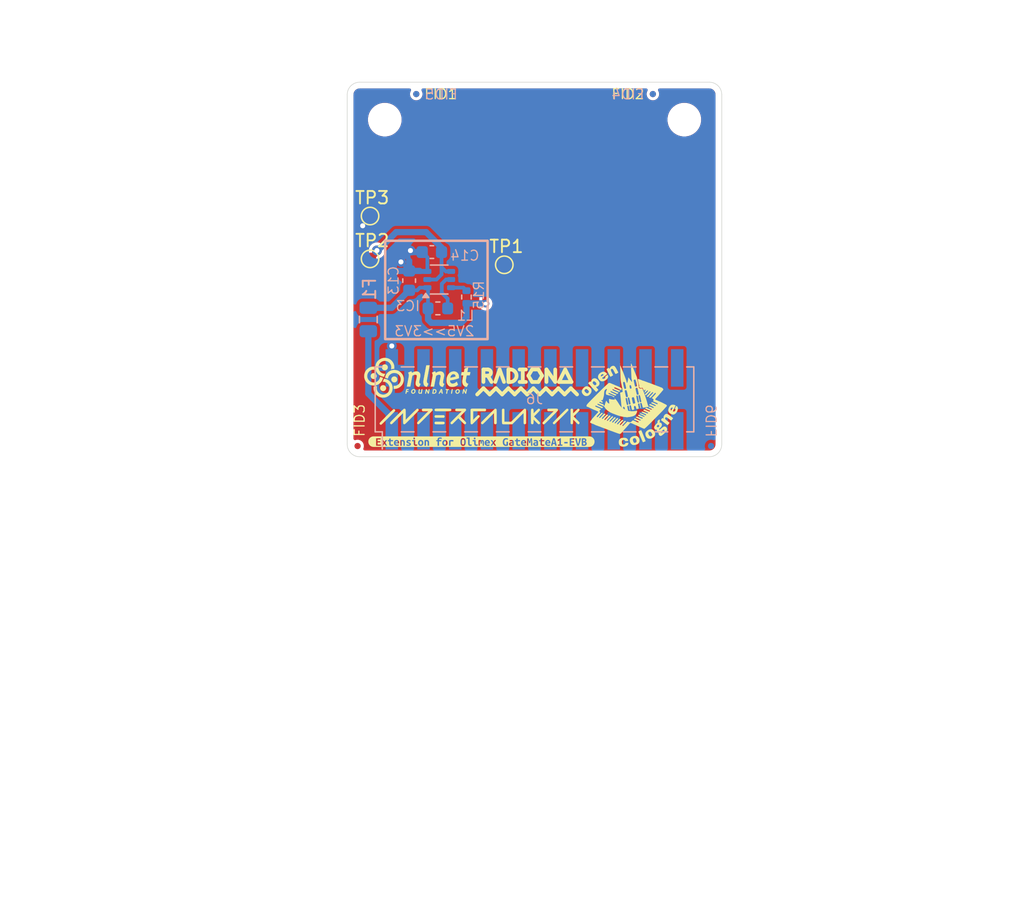
<source format=kicad_pcb>
(kicad_pcb (version 20240108) (generator "pcbnew") (generator_version "8.0")
  (title_block (title "${project_name} ${project_version}") (date "2024-12-02") (rev "${project_version}") (company "${project_creator}") (comment 1 "${project_license}"))
  (layers (0 "F.Cu" signal) (1 "In1.Cu" signal "GND1.Cu") (2 "In2.Cu" signal "GND2.Cu") (31 "B.Cu" signal) (34 "B.Paste" user) (35 "F.Paste" user) (36 "B.SilkS" user "B.Silkscreen") (37 "F.SilkS" user "F.Silkscreen") (38 "B.Mask" user) (39 "F.Mask" user) (44 "Edge.Cuts" user))
  (property "project_creator" "Intergalaktik d.o.o.")
  (property "project_license" "CERN-OHL-S v2")
  (property "project_name" "Olimex Extension Template")
  (property "project_version" "v0.1")
  (property "project_year" "2024.")
  (net 0 "")
  (net 1 "+3V3")
  (net 2 "GND")
  (net 3 "Net-(IC3-EN)")
  (net 4 "Net-(IC3-L)")
  (net 5 "+2V5")
  (net 6 "+Exten_V")
  (net 7 "/Main Sheet/NB_A3")
  (net 8 "/Main Sheet/NB_A8")
  (net 9 "/Main Sheet/NB_B8")
  (net 10 "/Main Sheet/NB_B5")
  (net 11 "/Main Sheet/NB_A0")
  (net 12 "/Main Sheet/NB_B4")
  (net 13 "/Main Sheet/NB_A7")
  (net 14 "/Main Sheet/NB_B6")
  (net 15 "/Main Sheet/NB_A4")
  (net 16 "/Main Sheet/NB_B2")
  (net 17 "/Main Sheet/NB_A5")
  (net 18 "/Main Sheet/NB_B3")
  (net 19 "/Main Sheet/NB_A2")
  (net 20 "/Main Sheet/NB_B7")
  (net 21 "/Main Sheet/NB_A1")
  (net 22 "/Main Sheet/NB_A6")
  (net 23 "/Main Sheet/NB_B0")
  (net 24 "/Main Sheet/NB_B1")
  (footprint "TestPoint:TestPoint_Pad_D1.0mm" (layer "F.Cu") (at 87.08 62.555)
    (property "Reference" "TP3" (at 0.17 -1.462 0) (layer "F.SilkS"))
    (property "Value" "GND" (hide yes))
    (pad "1" smd circle (at 0 0) (size 1 1) (layers "F.Cu" "F.Mask") (net 2 "GND"))
  )
  (footprint "Fiducial:Fiducial_0.5mm_Mask1mm" (layer "F.Cu") (at 86.08 80.975)
    (property "Reference" "FID3" (at 0.16 -2.05 90) (layer "F.SilkS") (effects (font (size 0.8 0.8) (thickness 0.1))))
    (property "Value" "Fiducial_F_BL" (hide yes))
    (pad "" smd circle (at 0 0) (size 0.5 0.5) (layers "F.Cu" "F.Mask") (clearance 0.25))
  )
  (footprint "Cologne:open_cologne_small" (layer "F.Cu") (at 107.77 77.64)
    (property "Reference" "H3" (hide yes))
    (property "Value" "Logo OpenCologne" (hide yes))
  )
  (footprint "Fiducial:Fiducial_0.5mm_Mask1mm" (layer "F.Cu") (at 90.78 52.785)
    (property "Reference" "FID1" (at 1.96 0 0) (layer "F.SilkS") (effects (font (size 0.8 0.8) (thickness 0.1))))
    (property "Value" "Fiducial_F_TL" (hide yes))
    (pad "" smd circle (at 0 0) (size 0.5 0.5) (layers "F.Cu" "F.Mask") (clearance 0.25))
  )
  (footprint "Fiducial:Fiducial_0.5mm_Mask1mm" (layer "F.Cu") (at 109.73 52.785)
    (property "Reference" "FID2" (at -2 0 0) (layer "F.SilkS") (effects (font (size 0.8 0.8) (thickness 0.1))))
    (property "Value" "Fiducial_F_TR" (hide yes))
    (pad "" smd circle (at 0 0) (size 0.5 0.5) (layers "F.Cu" "F.Mask") (clearance 0.25))
  )
  (footprint "MountingHole:MountingHole_2.2mm_M2" (layer "F.Cu") (at 88.26 54.835)
    (property "Reference" "H5" (hide yes))
    (property "Value" "MountingHole" (hide yes))
    (pad "" np_thru_hole circle (at 0 0) (size 2.2 2.2) (drill 2.2) (layers "*.Cu" "*.Mask"))
  )
  (footprint "MountingHole:MountingHole_2.2mm_M2" (layer "F.Cu") (at 112.25 54.835)
    (property "Reference" "H6" (hide yes))
    (property "Value" "MountingHole" (hide yes))
    (pad "" np_thru_hole circle (at 0 0) (size 2.2 2.2) (drill 2.2) (layers "*.Cu" "*.Mask"))
  )
  (footprint "nlnet:nlnet" (layer "F.Cu") (at 90.86 75.505)
    (property "Reference" "H2" (hide yes))
    (property "Value" "Logo NLnet" (hide yes))
  )
  (footprint "TestPoint:TestPoint_Pad_D1.0mm" (layer "F.Cu") (at 87.08 65.985)
    (property "Reference" "TP2" (at 0.17 -1.46 0) (layer "F.SilkS"))
    (property "Value" "2V5" (hide yes))
    (pad "1" smd circle (at 0 0) (size 1 1) (layers "F.Cu" "F.Mask") (net 1 "+3V3"))
  )
  (footprint "TestPoint:TestPoint_Pad_D1.0mm" (layer "F.Cu") (at 97.83 66.46)
    (property "Reference" "TP1" (at 0.17 -1.4695 0) (layer "F.SilkS"))
    (property "Value" "3V3" (hide yes))
    (pad "1" smd circle (at 0 0) (size 1 1) (layers "F.Cu" "F.Mask") (net 5 "+2V5"))
  )
  (footprint "intergalaktik:intergalaktik" (layer "F.Cu") (at 95.890409 78.486446)
    (property "Reference" "H1" (hide yes))
    (property "Value" "Logo Intergalaktik" (hide yes))
  )
  (footprint "radiona:radiona_small" (layer "F.Cu") (at 99.659591 74.843554)
    (property "Reference" "H4" (hide yes))
    (property "Value" "Logo Radiona" (hide yes))
  )
  (footprint "kibuzzard-674D68C8" (layer "F.Cu") (at 96 80.625)
    (property "Reference" "kibuzzard-674D68C8" (hide yes))
    (property "Value" "G***" (hide yes))
  )
  (footprint "Fiducial:Fiducial_0.5mm_Mask1mm" (layer "B.Cu") (at 109.73 52.785 180)
    (property "Reference" "FID4" (at 2 -0.02 0) (layer "B.SilkS") (effects (font (size 0.8 0.8) (thickness 0.1)) (justify mirror)))
    (property "Value" "Fiducial_B_TL" (hide yes))
    (pad "" smd circle (at 0 0 180) (size 0.5 0.5) (layers "B.Cu" "B.Mask") (clearance 0.25))
  )
  (footprint "Inductor_SMD:L_0603_1608Metric" (layer "B.Cu") (at 92.51 69.951666 180)
    (property "Reference" "L1" (at -2.215 -0.58 0) (layer "B.SilkS") (effects (font (size 0.8 0.8) (thickness 0.1)) (justify mirror)))
    (property "Value" "4.7uH" (hide yes))
    (pad "1" smd roundrect (at -0.7875 0 180) (size 0.875 0.95) (layers "B.Cu" "B.Paste" "B.Mask") (net 4 "Net-(IC3-L)"))
    (pad "2" smd roundrect (at 0.7875 0 180) (size 0.875 0.95) (layers "B.Cu" "B.Paste" "B.Mask") (net 5 "+2V5"))
  )
  (footprint "Package_TO_SOT_SMD:SOT-363_SC-70-6" (layer "B.Cu") (at 92.62 67.641666)
    (property "Reference" "IC3" (at -2.515 2.12 0) (layer "B.SilkS") (effects (font (size 0.8 0.8) (thickness 0.1)) (justify mirror)))
    (property "Value" "TLV61225DC" (hide yes))
    (pad "1" smd roundrect (at -0.95 0.65) (size 0.65 0.4) (layers "B.Cu" "B.Paste" "B.Mask") (net 5 "+2V5"))
    (pad "2" smd roundrect (at -0.95 0) (size 0.65 0.4) (layers "B.Cu" "B.Paste" "B.Mask") (net 1 "+3V3"))
    (pad "3" smd roundrect (at -0.95 -0.65) (size 0.65 0.4) (layers "B.Cu" "B.Paste" "B.Mask") (net 2 "GND"))
    (pad "4" smd roundrect (at 0.95 -0.65) (size 0.65 0.4) (layers "B.Cu" "B.Paste" "B.Mask") (net 1 "+3V3"))
    (pad "5" smd roundrect (at 0.95 0) (size 0.65 0.4) (layers "B.Cu" "B.Paste" "B.Mask") (net 4 "Net-(IC3-L)"))
    (pad "6" smd roundrect (at 0.95 0.65) (size 0.65 0.4) (layers "B.Cu" "B.Paste" "B.Mask") (net 3 "Net-(IC3-EN)"))
  )
  (footprint "Connector_PinSocket_2.54mm:PinSocket_2x10_P2.54mm_Vertical_SMD" (layer "B.Cu") (at 100.25 77.24 -90)
    (property "Reference" "J6" (at -0.025 0 180) (layer "B.SilkS") (effects (font (size 0.8 0.8) (thickness 0.1)) (justify mirror)))
    (property "Value" "MISC" (hide yes))
    (pad "1" smd rect (at 2.52 11.43 270) (size 3 1) (layers "B.Cu" "B.Paste" "B.Mask") (net 6 "+Exten_V"))
    (pad "2" smd rect (at -2.52 11.43 270) (size 3 1) (layers "B.Cu" "B.Paste" "B.Mask") (net 2 "GND"))
    (pad "3" smd rect (at 2.52 8.89 270) (size 3 1) (layers "B.Cu" "B.Paste" "B.Mask") (net 11 "/Main Sheet/NB_A0"))
    (pad "4" smd rect (at -2.52 8.89 270) (size 3 1) (layers "B.Cu" "B.Paste" "B.Mask") (net 23 "/Main Sheet/NB_B0"))
    (pad "5" smd rect (at 2.52 6.35 270) (size 3 1) (layers "B.Cu" "B.Paste" "B.Mask") (net 21 "/Main Sheet/NB_A1"))
    (pad "6" smd rect (at -2.52 6.35 270) (size 3 1) (layers "B.Cu" "B.Paste" "B.Mask") (net 24 "/Main Sheet/NB_B1"))
    (pad "7" smd rect (at 2.52 3.81 270) (size 3 1) (layers "B.Cu" "B.Paste" "B.Mask") (net 19 "/Main Sheet/NB_A2"))
    (pad "8" smd rect (at -2.52 3.81 270) (size 3 1) (layers "B.Cu" "B.Paste" "B.Mask") (net 16 "/Main Sheet/NB_B2"))
    (pad "9" smd rect (at 2.52 1.27 270) (size 3 1) (layers "B.Cu" "B.Paste" "B.Mask") (net 7 "/Main Sheet/NB_A3"))
    (pad "10" smd rect (at -2.52 1.27 270) (size 3 1) (layers "B.Cu" "B.Paste" "B.Mask") (net 18 "/Main Sheet/NB_B3"))
    (pad "11" smd rect (at 2.52 -1.27 270) (size 3 1) (layers "B.Cu" "B.Paste" "B.Mask") (net 15 "/Main Sheet/NB_A4"))
    (pad "12" smd rect (at -2.52 -1.27 270) (size 3 1) (layers "B.Cu" "B.Paste" "B.Mask") (net 12 "/Main Sheet/NB_B4"))
    (pad "13" smd rect (at 2.52 -3.81 270) (size 3 1) (layers "B.Cu" "B.Paste" "B.Mask") (net 17 "/Main Sheet/NB_A5"))
    (pad "14" smd rect (at -2.52 -3.81 270) (size 3 1) (layers "B.Cu" "B.Paste" "B.Mask") (net 10 "/Main Sheet/NB_B5"))
    (pad "15" smd rect (at 2.52 -6.35 270) (size 3 1) (layers "B.Cu" "B.Paste" "B.Mask") (net 22 "/Main Sheet/NB_A6"))
    (pad "16" smd rect (at -2.52 -6.35 270) (size 3 1) (layers "B.Cu" "B.Paste" "B.Mask") (net 14 "/Main Sheet/NB_B6"))
    (pad "17" smd rect (at 2.52 -8.89 270) (size 3 1) (layers "B.Cu" "B.Paste" "B.Mask") (net 13 "/Main Sheet/NB_A7"))
    (pad "18" smd rect (at -2.52 -8.89 270) (size 3 1) (layers "B.Cu" "B.Paste" "B.Mask") (net 20 "/Main Sheet/NB_B7"))
    (pad "19" smd rect (at 2.52 -11.43 270) (size 3 1) (layers "B.Cu" "B.Paste" "B.Mask") (net 8 "/Main Sheet/NB_A8"))
    (pad "20" smd rect (at -2.52 -11.43 270) (size 3 1) (layers "B.Cu" "B.Paste" "B.Mask") (net 9 "/Main Sheet/NB_B8"))
  )
  (footprint "Fiducial:Fiducial_0.5mm_Mask1mm" (layer "B.Cu") (at 114.39 80.975 180)
    (property "Reference" "FID6" (at 0.03 2.02 -90) (layer "B.SilkS") (effects (font (size 0.8 0.8) (thickness 0.1)) (justify mirror)))
    (property "Value" "Fiducial_B_BL" (hide yes))
    (pad "" smd circle (at 0 0 180) (size 0.5 0.5) (layers "B.Cu" "B.Mask") (clearance 0.25))
  )
  (footprint "Fuse:Fuse_0805_2012Metric" (layer "B.Cu") (at 86.94 70.8425 90)
    (property "Reference" "F1" (at 2.4375 0.1 90) (layer "B.SilkS") (effects (justify mirror)))
    (property "Value" "0805L050WR" (hide yes))
    (pad "1" smd roundrect (at -0.9375 0 90) (size 0.975 1.4) (layers "B.Cu" "B.Paste" "B.Mask") (net 6 "+Exten_V"))
    (pad "2" smd roundrect (at 0.9375 0 90) (size 0.975 1.4) (layers "B.Cu" "B.Paste" "B.Mask") (net 5 "+2V5"))
  )
  (footprint "Fiducial:Fiducial_0.5mm_Mask1mm" (layer "B.Cu") (at 90.78 52.785 180)
    (property "Reference" "FID5" (at -2 -0.03 0) (layer "B.SilkS") (effects (font (size 0.8 0.8) (thickness 0.1)) (justify mirror)))
    (property "Value" "Fiducial_B_TR" (hide yes))
    (pad "" smd circle (at 0 0 180) (size 0.5 0.5) (layers "B.Cu" "B.Mask") (clearance 0.25))
  )
  (footprint "Capacitor_SMD:C_0603_1608Metric" (layer "B.Cu") (at 92.03 65.441666 180)
    (property "Reference" "C14" (at -2.645 -0.28 0) (layer "B.SilkS") (effects (font (size 0.8 0.8) (thickness 0.1)) (justify mirror)))
    (property "Value" "10uF" (hide yes))
    (pad "1" smd roundrect (at -0.775 0 180) (size 0.9 0.95) (layers "B.Cu" "B.Paste" "B.Mask") (net 1 "+3V3"))
    (pad "2" smd roundrect (at 0.775 0 180) (size 0.9 0.95) (layers "B.Cu" "B.Paste" "B.Mask") (net 2 "GND"))
  )
  (footprint "Resistor_SMD:R_0402_1005Metric" (layer "B.Cu") (at 94.8 69.041666 90)
    (property "Reference" "R15" (at 0.15 0.995 90) (layer "B.SilkS") (effects (font (size 0.8 0.8) (thickness 0.1)) (justify mirror)))
    (property "Value" "10K" (hide yes))
    (pad "1" smd roundrect (at -0.51 0 90) (size 0.54 0.64) (layers "B.Cu" "B.Paste" "B.Mask") (net 5 "+2V5"))
    (pad "2" smd roundrect (at 0.51 0 90) (size 0.54 0.64) (layers "B.Cu" "B.Paste" "B.Mask") (net 3 "Net-(IC3-EN)"))
  )
  (footprint "Capacitor_SMD:C_0603_1608Metric" (layer "B.Cu") (at 90.21 67.726666 90)
    (property "Reference" "C13" (at 0.005 -1.255 90) (layer "B.SilkS") (effects (font (size 0.8 0.8) (thickness 0.1)) (justify mirror)))
    (property "Value" "10uF" (hide yes))
    (pad "1" smd roundrect (at -0.775 0 90) (size 0.9 0.95) (layers "B.Cu" "B.Paste" "B.Mask") (net 5 "+2V5"))
    (pad "2" smd roundrect (at 0.775 0 90) (size 0.9 0.95) (layers "B.Cu" "B.Paste" "B.Mask") (net 2 "GND"))
  )
  (gr_rect (start 88.29 64.538334) (end 96.492718 72.411666) (stroke (width 0.2)) (fill none) (layer "B.SilkS"))
  (gr_arc (start 86.25 81.835) (mid 85.542893 81.542107) (end 85.25 80.835) (stroke (width 0.05)) (layer "Edge.Cuts"))
  (gr_arc (start 115.25 80.835) (mid 114.957107 81.542107) (end 114.25 81.835) (stroke (width 0.05)) (layer "Edge.Cuts"))
  (gr_line (start 86.25 51.835) (end 114.25 51.835) (stroke (width 0.05)) (layer "Edge.Cuts"))
  (gr_line (start 85.25 80.835) (end 85.25 52.835) (stroke (width 0.05)) (layer "Edge.Cuts"))
  (gr_arc (start 114.25 51.835) (mid 114.957107 52.127893) (end 115.25 52.835) (stroke (width 0.05)) (layer "Edge.Cuts"))
  (gr_line (start 115.25 52.835) (end 115.25 80.835) (stroke (width 0.05)) (layer "Edge.Cuts"))
  (gr_arc (start 85.25 52.835) (mid 85.542893 52.127893) (end 86.25 51.835) (stroke (width 0.05)) (layer "Edge.Cuts"))
  (gr_line (start 114.25 81.835) (end 86.25 81.835) (stroke (width 0.05)) (layer "Edge.Cuts"))
  (gr_text "2V5>>3V3" (at 95.4975 72.241666 0) (layer "B.SilkS") (effects (font (size 0.8 0.8) (thickness 0.1)) (justify left bottom mirror)))
  (segment (start 87.08 65.985) (end 87.63 65.435) (width 0.5) (layer "F.Cu") (net 1))
  (segment (start 87.63 65.435) (end 87.63 65.315) (width 0.5) (layer "F.Cu") (net 1))
  (via (at 87.63 65.315) (size 0.8) (drill 0.4) (layers "F.Cu" "B.Cu") (net 1))
  (segment (start 92.805 67.231666) (end 92.805 66.651666) (width 0.3) (layer "B.Cu") (net 1))
  (segment (start 92.805 65.08) (end 92.805 65.441666) (width 0.5) (layer "B.Cu") (net 1))
  (segment (start 87.63 65.315) (end 87.7 65.315) (width 0.5) (layer "B.Cu") (net 1))
  (segment (start 92.805 66.651666) (end 93.145 66.991666) (width 0.3) (layer "B.Cu") (net 1))
  (segment (start 87.7 65.315) (end 89.17 63.845) (width 0.5) (layer "B.Cu") (net 1))
  (segment (start 93.145 66.991666) (end 93.57 66.991666) (width 0.3) (layer "B.Cu") (net 1))
  (segment (start 92.805 65.441666) (end 92.805 66.651666) (width 0.3) (layer "B.Cu") (net 1))
  (segment (start 89.17 63.845) (end 91.57 63.845) (width 0.5) (layer "B.Cu") (net 1))
  (segment (start 92.395 67.641666) (end 92.805 67.231666) (width 0.3) (layer "B.Cu") (net 1))
  (segment (start 91.57 63.845) (end 92.805 65.08) (width 0.5) (layer "B.Cu") (net 1))
  (segment (start 91.67 67.641666) (end 92.395 67.641666) (width 0.3) (layer "B.Cu") (net 1))
  (segment (start 86.49 63.335) (end 86.89 62.935) (width 0.5) (layer "F.Cu") (net 2))
  (segment (start 86.89 62.935) (end 86.89 62.555) (width 0.5) (layer "F.Cu") (net 2))
  (via (at 88.82 72.96) (size 0.8) (drill 0.4) (layers "F.Cu" "B.Cu") (net 2))
  (via (at 89.555 66.231666) (size 0.8) (drill 0.4) (layers "F.Cu" "B.Cu") (net 2))
  (via (at 90.315 65.321666) (size 0.8) (drill 0.4) (layers "F.Cu" "B.Cu") (net 2))
  (via (at 86.49 63.335) (size 0.8) (drill 0.4) (layers "F.Cu" "B.Cu") (net 2))
  (segment (start 91.67 65.856666) (end 91.255 65.441666) (width 0.3) (layer "B.Cu") (net 2))
  (segment (start 91.255 65.441666) (end 90.435 65.441666) (width 0.3) (layer "B.Cu") (net 2))
  (segment (start 91.63 66.951666) (end 91.67 66.991666) (width 0.3) (layer "B.Cu") (net 2))
  (segment (start 90.21 66.886666) (end 89.555 66.231666) (width 0.3) (layer "B.Cu") (net 2))
  (segment (start 90.435 65.441666) (end 90.315 65.321666) (width 0.3) (layer "B.Cu") (net 2))
  (segment (start 90.21 66.951666) (end 91.63 66.951666) (width 0.3) (layer "B.Cu") (net 2))
  (segment (start 91.67 66.991666) (end 91.67 65.856666) (width 0.3) (layer "B.Cu") (net 2))
  (segment (start 90.21 66.951666) (end 90.21 66.886666) (width 0.3) (layer "B.Cu") (net 2))
  (segment (start 88.82 72.96) (end 88.82 74.72) (width 0.5) (layer "B.Cu") (net 2))
  (segment (start 93.57 68.291666) (end 94.56 68.291666) (width 0.3) (layer "B.Cu") (net 3))
  (segment (start 94.56 68.291666) (end 94.8 68.531666) (width 0.3) (layer "B.Cu") (net 3))
  (segment (start 93.2975 69.184166) (end 93.2975 69.951666) (width 0.3) (layer "B.Cu") (net 4))
  (segment (start 93.57 67.641666) (end 93.165 67.641666) (width 0.3) (layer "B.Cu") (net 4))
  (segment (start 92.815 68.701666) (end 93.2975 69.184166) (width 0.3) (layer "B.Cu") (net 4))
  (segment (start 92.825 67.981666) (end 92.825 68.691666) (width 0.3) (layer "B.Cu") (net 4))
  (segment (start 93.165 67.641666) (end 92.825 67.981666) (width 0.3) (layer "B.Cu") (net 4))
  (segment (start 92.825 68.691666) (end 92.815 68.701666) (width 0.3) (layer "B.Cu") (net 4))
  (segment (start 96.33 67.96) (end 97.83 66.46) (width 0.5) (layer "F.Cu") (net 5))
  (segment (start 96.33 69.57) (end 96.33 67.96) (width 0.5) (layer "F.Cu") (net 5))
  (via (at 96.33 69.57) (size 0.6) (drill 0.3) (layers "F.Cu" "B.Cu") (net 5))
  (segment (start 96.311666 69.551666) (end 96.33 69.57) (width 0.5) (layer "B.Cu") (net 5))
  (segment (start 91.7225 69.951666) (end 91.7225 68.344166) (width 0.3) (layer "B.Cu") (net 5))
  (segment (start 94.8 69.551666) (end 94.8 70.686666) (width 0.5) (layer "B.Cu") (net 5))
  (segment (start 94.8 70.686666) (end 94.375 71.111666) (width 0.5) (layer "B.Cu") (net 5))
  (segment (start 91.065 68.291666) (end 91.67 68.291666) (width 0.3) (layer "B.Cu") (net 5))
  (segment (start 94.8 69.551666) (end 96.311666 69.551666) (width 0.5) (layer "B.Cu") (net 5))
  (segment (start 91.7225 68.344166) (end 91.67 68.291666) (width 0.3) (layer "B.Cu") (net 5))
  (segment (start 94.375 71.111666) (end 91.985 71.111666) (width 0.5) (layer "B.Cu") (net 5))
  (segment (start 88.806666 69.905) (end 90.21 68.501666) (width 0.5) (layer "B.Cu") (net 5))
  (segment (start 86.94 69.905) (end 88.806666 69.905) (width 0.5) (layer "B.Cu") (net 5))
  (segment (start 90.21 68.501666) (end 90.855 68.501666) (width 0.3) (layer "B.Cu") (net 5))
  (segment (start 91.985 71.111666) (end 91.7225 70.849166) (width 0.5) (layer "B.Cu") (net 5))
  (segment (start 91.7225 70.849166) (end 91.7225 69.951666) (width 0.5) (layer "B.Cu") (net 5))
  (segment (start 90.855 68.501666) (end 91.065 68.291666) (width 0.3) (layer "B.Cu") (net 5))
  (segment (start 86.94 76.775) (end 86.94 71.78) (width 0.5) (layer "B.Cu") (net 6))
  (segment (start 88.82 79.76) (end 88.82 78.655) (width 0.5) (layer "B.Cu") (net 6))
  (segment (start 88.82 78.655) (end 86.94 76.775) (width 0.5) (layer "B.Cu") (net 6))
  (zone (net 2) (net_name "GND") (layers "F.Cu" "In1.Cu" "In2.Cu" "B.Cu") (connect_pads (clearance 0.25)) (min_thickness 0.25) (fill yes (thermal_gap 0.5) (thermal_bridge_width 0.5))
    (polygon (pts (xy 85.25 51.835) (xy 115.25 51.835) (xy 115.25 81.835) (xy 85.25 81.835)))
  )
)
</source>
